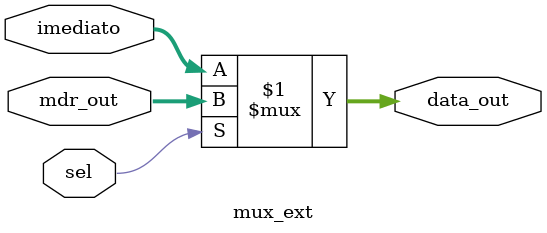
<source format=v>
module mux_ext (
    input wire sel,
    input wire [15:0] imediato,
    input wire [15:0] mdr_out,
    output wire [15:0] data_out 
);
    
    assign data_out = (sel) ? mdr_out : imediato;  

endmodule
</source>
